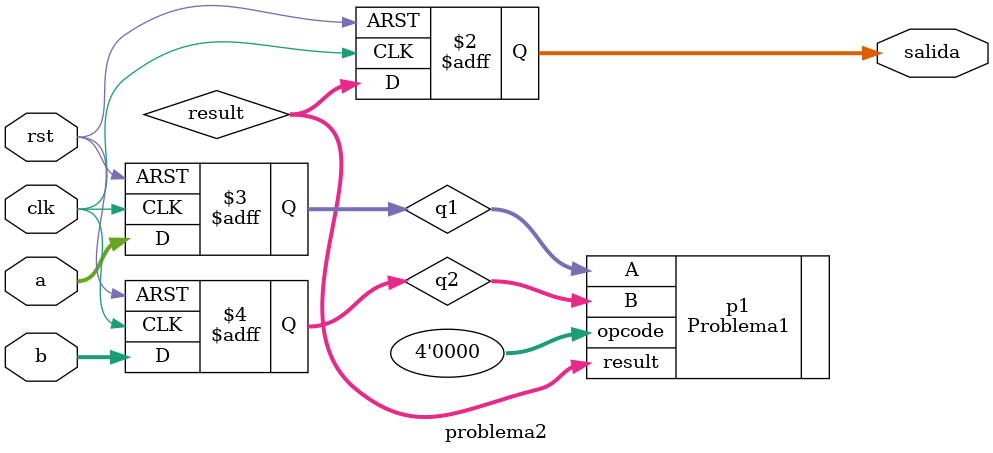
<source format=sv>
module problema2 #(parameter Width = 4) (
  input  logic clk,
  input  logic rst,
  input  logic [Width - 1: 0] a,b,
  output logic  [Width - 1: 0] salida);
  
Problema1 p1(.A(q1), .B(q2), .opcode(4'b0000), .result(result));

  logic [Width - 1: 0] q1, q2, result;
  
  always_ff @(posedge clk, posedge rst) begin
    if (rst) begin
		q1 <= 0;
		q2 <= 0;
		salida <= 0;
	end
	
	else begin
	 q1 <= a;
	 q2 <= b;
	 salida <= result;
  end
  
  end
endmodule
</source>
